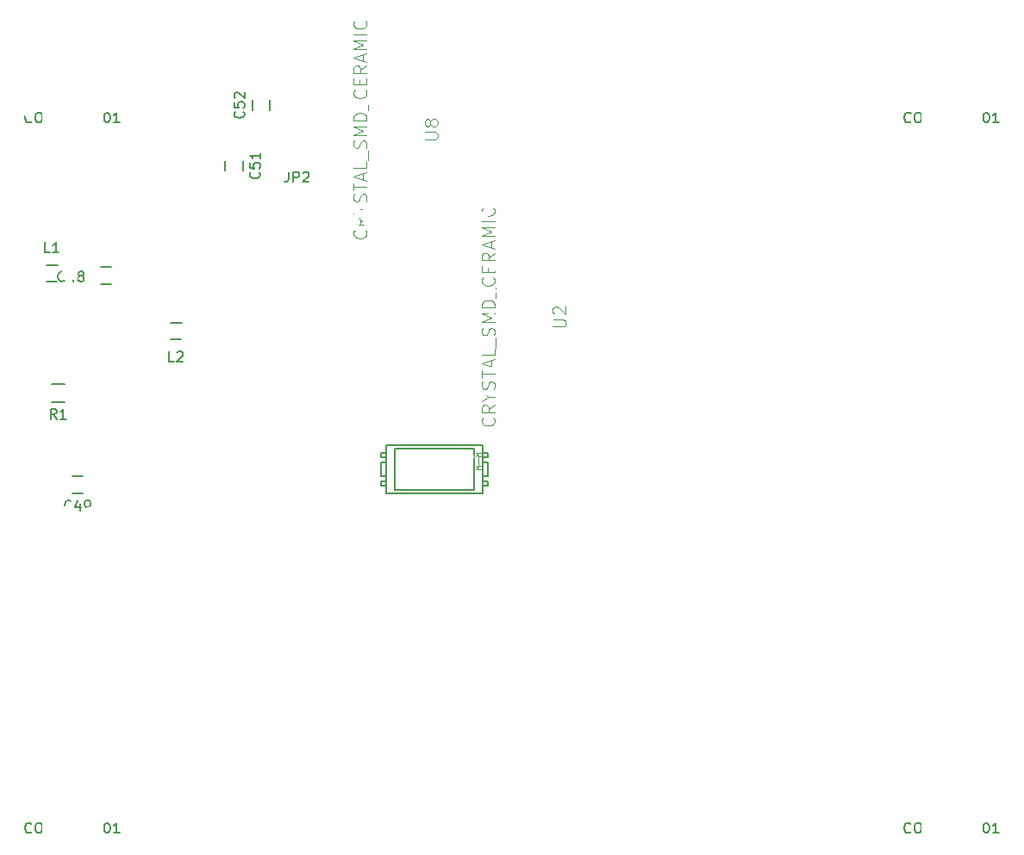
<source format=gbr>
G04 #@! TF.FileFunction,Legend,Top*
%FSLAX46Y46*%
G04 Gerber Fmt 4.6, Leading zero omitted, Abs format (unit mm)*
G04 Created by KiCad (PCBNEW 4.0.2-4+6225~38~ubuntu15.04.1-stable) date Do 03 Mär 2016 01:00:01 CET*
%MOMM*%
G01*
G04 APERTURE LIST*
%ADD10C,0.150000*%
%ADD11C,0.203200*%
%ADD12C,0.101600*%
%ADD13C,0.088900*%
%ADD14O,1.506220X3.014980*%
%ADD15R,1.600200X1.198880*%
%ADD16C,1.320800*%
%ADD17C,6.000000*%
%ADD18R,1.727200X1.727200*%
%ADD19O,1.727200X1.727200*%
%ADD20R,1.050000X1.050000*%
%ADD21C,1.050000*%
%ADD22R,1.000000X1.250000*%
%ADD23R,1.500000X1.300000*%
%ADD24C,0.899160*%
%ADD25R,0.200000X0.200000*%
%ADD26R,1.250000X1.000000*%
%ADD27C,2.000000*%
%ADD28C,0.889000*%
%ADD29C,0.600000*%
G04 APERTURE END LIST*
D10*
X10115820Y-26250900D02*
X11167380Y-26250900D01*
X11218180Y-24650700D02*
X10166620Y-24650700D01*
D11*
X43431460Y-44005500D02*
X43030140Y-44005500D01*
X43030140Y-44005500D02*
X43030140Y-45402500D01*
X43030140Y-45402500D02*
X43431460Y-45402500D01*
X43431460Y-45902880D02*
X43030140Y-45902880D01*
X43030140Y-45902880D02*
X43030140Y-46301660D01*
X43030140Y-46301660D02*
X43431460Y-46301660D01*
X43431460Y-43106340D02*
X43030140Y-43106340D01*
X43030140Y-43106340D02*
X43030140Y-43505120D01*
X43030140Y-43505120D02*
X43431460Y-43505120D01*
X43530520Y-42306240D02*
X43530520Y-47101760D01*
X44330620Y-42705020D02*
X44330620Y-46702980D01*
D12*
X52887880Y-43106340D02*
X52588160Y-43106340D01*
X52588160Y-43106340D02*
X52288440Y-43106340D01*
X52887880Y-44704000D02*
X52588160Y-44704000D01*
X52588160Y-44704000D02*
X52288440Y-44704000D01*
X52588160Y-44704000D02*
X52288440Y-44404280D01*
X52588160Y-43106340D02*
X52288440Y-43406060D01*
X52489100Y-43304460D02*
X52588160Y-43406060D01*
X52887880Y-43406060D02*
X52588160Y-43406060D01*
X52588160Y-43406060D02*
X52588160Y-44404280D01*
X52588160Y-44404280D02*
X52887880Y-44404280D01*
X52489100Y-44505880D02*
X52588160Y-44404280D01*
D11*
X53088540Y-45402500D02*
X53489860Y-45402500D01*
X53489860Y-45402500D02*
X53489860Y-44005500D01*
X53489860Y-44005500D02*
X53088540Y-44005500D01*
X53088540Y-43505120D02*
X53489860Y-43505120D01*
X53489860Y-43505120D02*
X53489860Y-43106340D01*
X53489860Y-43106340D02*
X53088540Y-43106340D01*
X53088540Y-46301660D02*
X53489860Y-46301660D01*
X53489860Y-46301660D02*
X53489860Y-45902880D01*
X53489860Y-45902880D02*
X53088540Y-45902880D01*
X52989480Y-47101760D02*
X52989480Y-42306240D01*
X52189380Y-42705020D02*
X44330620Y-42705020D01*
X52989480Y-42306240D02*
X43530520Y-42306240D01*
X52989480Y-47101760D02*
X43530520Y-47101760D01*
X52189380Y-46702980D02*
X52189380Y-42705020D01*
X52189380Y-46702980D02*
X44330620Y-46702980D01*
D10*
X15502000Y-26504000D02*
X16502000Y-26504000D01*
X16502000Y-24804000D02*
X15502000Y-24804000D01*
X23410180Y-30340300D02*
X22358620Y-30340300D01*
X22307820Y-31940500D02*
X23359380Y-31940500D01*
X12707000Y-47078000D02*
X13707000Y-47078000D01*
X13707000Y-45378000D02*
X12707000Y-45378000D01*
X10702000Y-36336000D02*
X11902000Y-36336000D01*
X11902000Y-38086000D02*
X10702000Y-38086000D01*
X29424000Y-15359000D02*
X29424000Y-14359000D01*
X27724000Y-14359000D02*
X27724000Y-15359000D01*
X30391000Y-8390000D02*
X30391000Y-9390000D01*
X32091000Y-9390000D02*
X32091000Y-8390000D01*
X10500334Y-23363181D02*
X10024143Y-23363181D01*
X10024143Y-22363181D01*
X11357477Y-23363181D02*
X10786048Y-23363181D01*
X11071762Y-23363181D02*
X11071762Y-22363181D01*
X10976524Y-22506038D01*
X10881286Y-22601276D01*
X10786048Y-22648895D01*
D13*
X59883524Y-30685619D02*
X60911619Y-30685619D01*
X61032571Y-30625143D01*
X61093048Y-30564667D01*
X61153524Y-30443714D01*
X61153524Y-30201810D01*
X61093048Y-30080857D01*
X61032571Y-30020381D01*
X60911619Y-29959905D01*
X59883524Y-29959905D01*
X60004476Y-29415619D02*
X59944000Y-29355143D01*
X59883524Y-29234191D01*
X59883524Y-28931810D01*
X59944000Y-28810857D01*
X60004476Y-28750381D01*
X60125429Y-28689905D01*
X60246381Y-28689905D01*
X60427810Y-28750381D01*
X61153524Y-29476095D01*
X61153524Y-28689905D01*
X54047571Y-39636095D02*
X54108048Y-39696571D01*
X54168524Y-39878000D01*
X54168524Y-39998952D01*
X54108048Y-40180380D01*
X53987095Y-40301333D01*
X53866143Y-40361809D01*
X53624238Y-40422285D01*
X53442810Y-40422285D01*
X53200905Y-40361809D01*
X53079952Y-40301333D01*
X52959000Y-40180380D01*
X52898524Y-39998952D01*
X52898524Y-39878000D01*
X52959000Y-39696571D01*
X53019476Y-39636095D01*
X54168524Y-38366095D02*
X53563762Y-38789428D01*
X54168524Y-39091809D02*
X52898524Y-39091809D01*
X52898524Y-38608000D01*
X52959000Y-38487047D01*
X53019476Y-38426571D01*
X53140429Y-38366095D01*
X53321857Y-38366095D01*
X53442810Y-38426571D01*
X53503286Y-38487047D01*
X53563762Y-38608000D01*
X53563762Y-39091809D01*
X53563762Y-37579904D02*
X54168524Y-37579904D01*
X52898524Y-38003238D02*
X53563762Y-37579904D01*
X52898524Y-37156571D01*
X54108048Y-36793714D02*
X54168524Y-36612286D01*
X54168524Y-36309905D01*
X54108048Y-36188952D01*
X54047571Y-36128476D01*
X53926619Y-36068000D01*
X53805667Y-36068000D01*
X53684714Y-36128476D01*
X53624238Y-36188952D01*
X53563762Y-36309905D01*
X53503286Y-36551809D01*
X53442810Y-36672762D01*
X53382333Y-36733238D01*
X53261381Y-36793714D01*
X53140429Y-36793714D01*
X53019476Y-36733238D01*
X52959000Y-36672762D01*
X52898524Y-36551809D01*
X52898524Y-36249429D01*
X52959000Y-36068000D01*
X52898524Y-35705143D02*
X52898524Y-34979428D01*
X54168524Y-35342285D02*
X52898524Y-35342285D01*
X53805667Y-34616571D02*
X53805667Y-34011809D01*
X54168524Y-34737524D02*
X52898524Y-34314190D01*
X54168524Y-33890857D01*
X54168524Y-32862762D02*
X54168524Y-33467524D01*
X52898524Y-33467524D01*
X54289476Y-32741810D02*
X54289476Y-31774191D01*
X54108048Y-31532286D02*
X54168524Y-31350858D01*
X54168524Y-31048477D01*
X54108048Y-30927524D01*
X54047571Y-30867048D01*
X53926619Y-30806572D01*
X53805667Y-30806572D01*
X53684714Y-30867048D01*
X53624238Y-30927524D01*
X53563762Y-31048477D01*
X53503286Y-31290381D01*
X53442810Y-31411334D01*
X53382333Y-31471810D01*
X53261381Y-31532286D01*
X53140429Y-31532286D01*
X53019476Y-31471810D01*
X52959000Y-31411334D01*
X52898524Y-31290381D01*
X52898524Y-30988001D01*
X52959000Y-30806572D01*
X54168524Y-30262286D02*
X52898524Y-30262286D01*
X53805667Y-29838953D01*
X52898524Y-29415619D01*
X54168524Y-29415619D01*
X54168524Y-28810857D02*
X52898524Y-28810857D01*
X52898524Y-28508476D01*
X52959000Y-28327048D01*
X53079952Y-28206095D01*
X53200905Y-28145619D01*
X53442810Y-28085143D01*
X53624238Y-28085143D01*
X53866143Y-28145619D01*
X53987095Y-28206095D01*
X54108048Y-28327048D01*
X54168524Y-28508476D01*
X54168524Y-28810857D01*
X54289476Y-27843238D02*
X54289476Y-26875619D01*
X54047571Y-25847524D02*
X54108048Y-25908000D01*
X54168524Y-26089429D01*
X54168524Y-26210381D01*
X54108048Y-26391809D01*
X53987095Y-26512762D01*
X53866143Y-26573238D01*
X53624238Y-26633714D01*
X53442810Y-26633714D01*
X53200905Y-26573238D01*
X53079952Y-26512762D01*
X52959000Y-26391809D01*
X52898524Y-26210381D01*
X52898524Y-26089429D01*
X52959000Y-25908000D01*
X53019476Y-25847524D01*
X53503286Y-25303238D02*
X53503286Y-24879905D01*
X54168524Y-24698476D02*
X54168524Y-25303238D01*
X52898524Y-25303238D01*
X52898524Y-24698476D01*
X54168524Y-23428476D02*
X53563762Y-23851809D01*
X54168524Y-24154190D02*
X52898524Y-24154190D01*
X52898524Y-23670381D01*
X52959000Y-23549428D01*
X53019476Y-23488952D01*
X53140429Y-23428476D01*
X53321857Y-23428476D01*
X53442810Y-23488952D01*
X53503286Y-23549428D01*
X53563762Y-23670381D01*
X53563762Y-24154190D01*
X53805667Y-22944666D02*
X53805667Y-22339904D01*
X54168524Y-23065619D02*
X52898524Y-22642285D01*
X54168524Y-22218952D01*
X54168524Y-21795619D02*
X52898524Y-21795619D01*
X53805667Y-21372286D01*
X52898524Y-20948952D01*
X54168524Y-20948952D01*
X54168524Y-20344190D02*
X52898524Y-20344190D01*
X54047571Y-19013714D02*
X54108048Y-19074190D01*
X54168524Y-19255619D01*
X54168524Y-19376571D01*
X54108048Y-19557999D01*
X53987095Y-19678952D01*
X53866143Y-19739428D01*
X53624238Y-19799904D01*
X53442810Y-19799904D01*
X53200905Y-19739428D01*
X53079952Y-19678952D01*
X52959000Y-19557999D01*
X52898524Y-19376571D01*
X52898524Y-19255619D01*
X52959000Y-19074190D01*
X53019476Y-19013714D01*
X47310524Y-12270619D02*
X48338619Y-12270619D01*
X48459571Y-12210143D01*
X48520048Y-12149667D01*
X48580524Y-12028714D01*
X48580524Y-11786810D01*
X48520048Y-11665857D01*
X48459571Y-11605381D01*
X48338619Y-11544905D01*
X47310524Y-11544905D01*
X47854810Y-10758714D02*
X47794333Y-10879667D01*
X47733857Y-10940143D01*
X47612905Y-11000619D01*
X47552429Y-11000619D01*
X47431476Y-10940143D01*
X47371000Y-10879667D01*
X47310524Y-10758714D01*
X47310524Y-10516810D01*
X47371000Y-10395857D01*
X47431476Y-10335381D01*
X47552429Y-10274905D01*
X47612905Y-10274905D01*
X47733857Y-10335381D01*
X47794333Y-10395857D01*
X47854810Y-10516810D01*
X47854810Y-10758714D01*
X47915286Y-10879667D01*
X47975762Y-10940143D01*
X48096714Y-11000619D01*
X48338619Y-11000619D01*
X48459571Y-10940143D01*
X48520048Y-10879667D01*
X48580524Y-10758714D01*
X48580524Y-10516810D01*
X48520048Y-10395857D01*
X48459571Y-10335381D01*
X48338619Y-10274905D01*
X48096714Y-10274905D01*
X47975762Y-10335381D01*
X47915286Y-10395857D01*
X47854810Y-10516810D01*
X41474571Y-21221095D02*
X41535048Y-21281571D01*
X41595524Y-21463000D01*
X41595524Y-21583952D01*
X41535048Y-21765380D01*
X41414095Y-21886333D01*
X41293143Y-21946809D01*
X41051238Y-22007285D01*
X40869810Y-22007285D01*
X40627905Y-21946809D01*
X40506952Y-21886333D01*
X40386000Y-21765380D01*
X40325524Y-21583952D01*
X40325524Y-21463000D01*
X40386000Y-21281571D01*
X40446476Y-21221095D01*
X41595524Y-19951095D02*
X40990762Y-20374428D01*
X41595524Y-20676809D02*
X40325524Y-20676809D01*
X40325524Y-20193000D01*
X40386000Y-20072047D01*
X40446476Y-20011571D01*
X40567429Y-19951095D01*
X40748857Y-19951095D01*
X40869810Y-20011571D01*
X40930286Y-20072047D01*
X40990762Y-20193000D01*
X40990762Y-20676809D01*
X40990762Y-19164904D02*
X41595524Y-19164904D01*
X40325524Y-19588238D02*
X40990762Y-19164904D01*
X40325524Y-18741571D01*
X41535048Y-18378714D02*
X41595524Y-18197286D01*
X41595524Y-17894905D01*
X41535048Y-17773952D01*
X41474571Y-17713476D01*
X41353619Y-17653000D01*
X41232667Y-17653000D01*
X41111714Y-17713476D01*
X41051238Y-17773952D01*
X40990762Y-17894905D01*
X40930286Y-18136809D01*
X40869810Y-18257762D01*
X40809333Y-18318238D01*
X40688381Y-18378714D01*
X40567429Y-18378714D01*
X40446476Y-18318238D01*
X40386000Y-18257762D01*
X40325524Y-18136809D01*
X40325524Y-17834429D01*
X40386000Y-17653000D01*
X40325524Y-17290143D02*
X40325524Y-16564428D01*
X41595524Y-16927285D02*
X40325524Y-16927285D01*
X41232667Y-16201571D02*
X41232667Y-15596809D01*
X41595524Y-16322524D02*
X40325524Y-15899190D01*
X41595524Y-15475857D01*
X41595524Y-14447762D02*
X41595524Y-15052524D01*
X40325524Y-15052524D01*
X41716476Y-14326810D02*
X41716476Y-13359191D01*
X41535048Y-13117286D02*
X41595524Y-12935858D01*
X41595524Y-12633477D01*
X41535048Y-12512524D01*
X41474571Y-12452048D01*
X41353619Y-12391572D01*
X41232667Y-12391572D01*
X41111714Y-12452048D01*
X41051238Y-12512524D01*
X40990762Y-12633477D01*
X40930286Y-12875381D01*
X40869810Y-12996334D01*
X40809333Y-13056810D01*
X40688381Y-13117286D01*
X40567429Y-13117286D01*
X40446476Y-13056810D01*
X40386000Y-12996334D01*
X40325524Y-12875381D01*
X40325524Y-12573001D01*
X40386000Y-12391572D01*
X41595524Y-11847286D02*
X40325524Y-11847286D01*
X41232667Y-11423953D01*
X40325524Y-11000619D01*
X41595524Y-11000619D01*
X41595524Y-10395857D02*
X40325524Y-10395857D01*
X40325524Y-10093476D01*
X40386000Y-9912048D01*
X40506952Y-9791095D01*
X40627905Y-9730619D01*
X40869810Y-9670143D01*
X41051238Y-9670143D01*
X41293143Y-9730619D01*
X41414095Y-9791095D01*
X41535048Y-9912048D01*
X41595524Y-10093476D01*
X41595524Y-10395857D01*
X41716476Y-9428238D02*
X41716476Y-8460619D01*
X41474571Y-7432524D02*
X41535048Y-7493000D01*
X41595524Y-7674429D01*
X41595524Y-7795381D01*
X41535048Y-7976809D01*
X41414095Y-8097762D01*
X41293143Y-8158238D01*
X41051238Y-8218714D01*
X40869810Y-8218714D01*
X40627905Y-8158238D01*
X40506952Y-8097762D01*
X40386000Y-7976809D01*
X40325524Y-7795381D01*
X40325524Y-7674429D01*
X40386000Y-7493000D01*
X40446476Y-7432524D01*
X40930286Y-6888238D02*
X40930286Y-6464905D01*
X41595524Y-6283476D02*
X41595524Y-6888238D01*
X40325524Y-6888238D01*
X40325524Y-6283476D01*
X41595524Y-5013476D02*
X40990762Y-5436809D01*
X41595524Y-5739190D02*
X40325524Y-5739190D01*
X40325524Y-5255381D01*
X40386000Y-5134428D01*
X40446476Y-5073952D01*
X40567429Y-5013476D01*
X40748857Y-5013476D01*
X40869810Y-5073952D01*
X40930286Y-5134428D01*
X40990762Y-5255381D01*
X40990762Y-5739190D01*
X41232667Y-4529666D02*
X41232667Y-3924904D01*
X41595524Y-4650619D02*
X40325524Y-4227285D01*
X41595524Y-3803952D01*
X41595524Y-3380619D02*
X40325524Y-3380619D01*
X41232667Y-2957286D01*
X40325524Y-2533952D01*
X41595524Y-2533952D01*
X41595524Y-1929190D02*
X40325524Y-1929190D01*
X41474571Y-598714D02*
X41535048Y-659190D01*
X41595524Y-840619D01*
X41595524Y-961571D01*
X41535048Y-1142999D01*
X41414095Y-1263952D01*
X41293143Y-1324428D01*
X41051238Y-1384904D01*
X40869810Y-1384904D01*
X40627905Y-1324428D01*
X40506952Y-1263952D01*
X40386000Y-1142999D01*
X40325524Y-961571D01*
X40325524Y-840619D01*
X40386000Y-659190D01*
X40446476Y-598714D01*
D10*
X11961905Y-10612381D02*
X11961905Y-9612381D01*
X12342858Y-9612381D01*
X12438096Y-9660000D01*
X12485715Y-9707619D01*
X12533334Y-9802857D01*
X12533334Y-9945714D01*
X12485715Y-10040952D01*
X12438096Y-10088571D01*
X12342858Y-10136190D01*
X11961905Y-10136190D01*
X13104762Y-10040952D02*
X13009524Y-9993333D01*
X12961905Y-9945714D01*
X12914286Y-9850476D01*
X12914286Y-9802857D01*
X12961905Y-9707619D01*
X13009524Y-9660000D01*
X13104762Y-9612381D01*
X13295239Y-9612381D01*
X13390477Y-9660000D01*
X13438096Y-9707619D01*
X13485715Y-9802857D01*
X13485715Y-9850476D01*
X13438096Y-9945714D01*
X13390477Y-9993333D01*
X13295239Y-10040952D01*
X13104762Y-10040952D01*
X13009524Y-10088571D01*
X12961905Y-10136190D01*
X12914286Y-10231429D01*
X12914286Y-10421905D01*
X12961905Y-10517143D01*
X13009524Y-10564762D01*
X13104762Y-10612381D01*
X13295239Y-10612381D01*
X13390477Y-10564762D01*
X13438096Y-10517143D01*
X13485715Y-10421905D01*
X13485715Y-10231429D01*
X13438096Y-10136190D01*
X13390477Y-10088571D01*
X13295239Y-10040952D01*
X8676191Y-10517143D02*
X8628572Y-10564762D01*
X8485715Y-10612381D01*
X8390477Y-10612381D01*
X8247619Y-10564762D01*
X8152381Y-10469524D01*
X8104762Y-10374286D01*
X8057143Y-10183810D01*
X8057143Y-10040952D01*
X8104762Y-9850476D01*
X8152381Y-9755238D01*
X8247619Y-9660000D01*
X8390477Y-9612381D01*
X8485715Y-9612381D01*
X8628572Y-9660000D01*
X8676191Y-9707619D01*
X9295238Y-9612381D02*
X9485715Y-9612381D01*
X9580953Y-9660000D01*
X9676191Y-9755238D01*
X9723810Y-9945714D01*
X9723810Y-10279048D01*
X9676191Y-10469524D01*
X9580953Y-10564762D01*
X9485715Y-10612381D01*
X9295238Y-10612381D01*
X9200000Y-10564762D01*
X9104762Y-10469524D01*
X9057143Y-10279048D01*
X9057143Y-9945714D01*
X9104762Y-9755238D01*
X9200000Y-9660000D01*
X9295238Y-9612381D01*
X10152381Y-10612381D02*
X10152381Y-9612381D01*
X10723810Y-10612381D01*
X10723810Y-9612381D01*
X11200000Y-10612381D02*
X11200000Y-9612381D01*
X11771429Y-10612381D01*
X11771429Y-9612381D01*
X12009524Y-10707619D02*
X12771429Y-10707619D01*
X13200000Y-9612381D02*
X13295239Y-9612381D01*
X13390477Y-9660000D01*
X13438096Y-9707619D01*
X13485715Y-9802857D01*
X13533334Y-9993333D01*
X13533334Y-10231429D01*
X13485715Y-10421905D01*
X13438096Y-10517143D01*
X13390477Y-10564762D01*
X13295239Y-10612381D01*
X13200000Y-10612381D01*
X13104762Y-10564762D01*
X13057143Y-10517143D01*
X13009524Y-10421905D01*
X12961905Y-10231429D01*
X12961905Y-9993333D01*
X13009524Y-9802857D01*
X13057143Y-9707619D01*
X13104762Y-9660000D01*
X13200000Y-9612381D01*
X14485715Y-10612381D02*
X13914286Y-10612381D01*
X14200000Y-10612381D02*
X14200000Y-9612381D01*
X14104762Y-9755238D01*
X14009524Y-9850476D01*
X13914286Y-9898095D01*
X14819048Y-9612381D02*
X15485715Y-10612381D01*
X15485715Y-9612381D02*
X14819048Y-10612381D01*
X16057143Y-9612381D02*
X16152382Y-9612381D01*
X16247620Y-9660000D01*
X16295239Y-9707619D01*
X16342858Y-9802857D01*
X16390477Y-9993333D01*
X16390477Y-10231429D01*
X16342858Y-10421905D01*
X16295239Y-10517143D01*
X16247620Y-10564762D01*
X16152382Y-10612381D01*
X16057143Y-10612381D01*
X15961905Y-10564762D01*
X15914286Y-10517143D01*
X15866667Y-10421905D01*
X15819048Y-10231429D01*
X15819048Y-9993333D01*
X15866667Y-9802857D01*
X15914286Y-9707619D01*
X15961905Y-9660000D01*
X16057143Y-9612381D01*
X17342858Y-10612381D02*
X16771429Y-10612381D01*
X17057143Y-10612381D02*
X17057143Y-9612381D01*
X16961905Y-9755238D01*
X16866667Y-9850476D01*
X16771429Y-9898095D01*
X98321905Y-10612381D02*
X98321905Y-9612381D01*
X98702858Y-9612381D01*
X98798096Y-9660000D01*
X98845715Y-9707619D01*
X98893334Y-9802857D01*
X98893334Y-9945714D01*
X98845715Y-10040952D01*
X98798096Y-10088571D01*
X98702858Y-10136190D01*
X98321905Y-10136190D01*
X99369524Y-10612381D02*
X99560000Y-10612381D01*
X99655239Y-10564762D01*
X99702858Y-10517143D01*
X99798096Y-10374286D01*
X99845715Y-10183810D01*
X99845715Y-9802857D01*
X99798096Y-9707619D01*
X99750477Y-9660000D01*
X99655239Y-9612381D01*
X99464762Y-9612381D01*
X99369524Y-9660000D01*
X99321905Y-9707619D01*
X99274286Y-9802857D01*
X99274286Y-10040952D01*
X99321905Y-10136190D01*
X99369524Y-10183810D01*
X99464762Y-10231429D01*
X99655239Y-10231429D01*
X99750477Y-10183810D01*
X99798096Y-10136190D01*
X99845715Y-10040952D01*
X95036191Y-10517143D02*
X94988572Y-10564762D01*
X94845715Y-10612381D01*
X94750477Y-10612381D01*
X94607619Y-10564762D01*
X94512381Y-10469524D01*
X94464762Y-10374286D01*
X94417143Y-10183810D01*
X94417143Y-10040952D01*
X94464762Y-9850476D01*
X94512381Y-9755238D01*
X94607619Y-9660000D01*
X94750477Y-9612381D01*
X94845715Y-9612381D01*
X94988572Y-9660000D01*
X95036191Y-9707619D01*
X95655238Y-9612381D02*
X95845715Y-9612381D01*
X95940953Y-9660000D01*
X96036191Y-9755238D01*
X96083810Y-9945714D01*
X96083810Y-10279048D01*
X96036191Y-10469524D01*
X95940953Y-10564762D01*
X95845715Y-10612381D01*
X95655238Y-10612381D01*
X95560000Y-10564762D01*
X95464762Y-10469524D01*
X95417143Y-10279048D01*
X95417143Y-9945714D01*
X95464762Y-9755238D01*
X95560000Y-9660000D01*
X95655238Y-9612381D01*
X96512381Y-10612381D02*
X96512381Y-9612381D01*
X97083810Y-10612381D01*
X97083810Y-9612381D01*
X97560000Y-10612381D02*
X97560000Y-9612381D01*
X98131429Y-10612381D01*
X98131429Y-9612381D01*
X98369524Y-10707619D02*
X99131429Y-10707619D01*
X99560000Y-9612381D02*
X99655239Y-9612381D01*
X99750477Y-9660000D01*
X99798096Y-9707619D01*
X99845715Y-9802857D01*
X99893334Y-9993333D01*
X99893334Y-10231429D01*
X99845715Y-10421905D01*
X99798096Y-10517143D01*
X99750477Y-10564762D01*
X99655239Y-10612381D01*
X99560000Y-10612381D01*
X99464762Y-10564762D01*
X99417143Y-10517143D01*
X99369524Y-10421905D01*
X99321905Y-10231429D01*
X99321905Y-9993333D01*
X99369524Y-9802857D01*
X99417143Y-9707619D01*
X99464762Y-9660000D01*
X99560000Y-9612381D01*
X100845715Y-10612381D02*
X100274286Y-10612381D01*
X100560000Y-10612381D02*
X100560000Y-9612381D01*
X100464762Y-9755238D01*
X100369524Y-9850476D01*
X100274286Y-9898095D01*
X101179048Y-9612381D02*
X101845715Y-10612381D01*
X101845715Y-9612381D02*
X101179048Y-10612381D01*
X102417143Y-9612381D02*
X102512382Y-9612381D01*
X102607620Y-9660000D01*
X102655239Y-9707619D01*
X102702858Y-9802857D01*
X102750477Y-9993333D01*
X102750477Y-10231429D01*
X102702858Y-10421905D01*
X102655239Y-10517143D01*
X102607620Y-10564762D01*
X102512382Y-10612381D01*
X102417143Y-10612381D01*
X102321905Y-10564762D01*
X102274286Y-10517143D01*
X102226667Y-10421905D01*
X102179048Y-10231429D01*
X102179048Y-9993333D01*
X102226667Y-9802857D01*
X102274286Y-9707619D01*
X102321905Y-9660000D01*
X102417143Y-9612381D01*
X103702858Y-10612381D02*
X103131429Y-10612381D01*
X103417143Y-10612381D02*
X103417143Y-9612381D01*
X103321905Y-9755238D01*
X103226667Y-9850476D01*
X103131429Y-9898095D01*
X97844714Y-80462381D02*
X97844714Y-79462381D01*
X98225667Y-79462381D01*
X98320905Y-79510000D01*
X98368524Y-79557619D01*
X98416143Y-79652857D01*
X98416143Y-79795714D01*
X98368524Y-79890952D01*
X98320905Y-79938571D01*
X98225667Y-79986190D01*
X97844714Y-79986190D01*
X99368524Y-80462381D02*
X98797095Y-80462381D01*
X99082809Y-80462381D02*
X99082809Y-79462381D01*
X98987571Y-79605238D01*
X98892333Y-79700476D01*
X98797095Y-79748095D01*
X99987571Y-79462381D02*
X100082810Y-79462381D01*
X100178048Y-79510000D01*
X100225667Y-79557619D01*
X100273286Y-79652857D01*
X100320905Y-79843333D01*
X100320905Y-80081429D01*
X100273286Y-80271905D01*
X100225667Y-80367143D01*
X100178048Y-80414762D01*
X100082810Y-80462381D01*
X99987571Y-80462381D01*
X99892333Y-80414762D01*
X99844714Y-80367143D01*
X99797095Y-80271905D01*
X99749476Y-80081429D01*
X99749476Y-79843333D01*
X99797095Y-79652857D01*
X99844714Y-79557619D01*
X99892333Y-79510000D01*
X99987571Y-79462381D01*
X95035191Y-80367143D02*
X94987572Y-80414762D01*
X94844715Y-80462381D01*
X94749477Y-80462381D01*
X94606619Y-80414762D01*
X94511381Y-80319524D01*
X94463762Y-80224286D01*
X94416143Y-80033810D01*
X94416143Y-79890952D01*
X94463762Y-79700476D01*
X94511381Y-79605238D01*
X94606619Y-79510000D01*
X94749477Y-79462381D01*
X94844715Y-79462381D01*
X94987572Y-79510000D01*
X95035191Y-79557619D01*
X95654238Y-79462381D02*
X95844715Y-79462381D01*
X95939953Y-79510000D01*
X96035191Y-79605238D01*
X96082810Y-79795714D01*
X96082810Y-80129048D01*
X96035191Y-80319524D01*
X95939953Y-80414762D01*
X95844715Y-80462381D01*
X95654238Y-80462381D01*
X95559000Y-80414762D01*
X95463762Y-80319524D01*
X95416143Y-80129048D01*
X95416143Y-79795714D01*
X95463762Y-79605238D01*
X95559000Y-79510000D01*
X95654238Y-79462381D01*
X96511381Y-80462381D02*
X96511381Y-79462381D01*
X97082810Y-80462381D01*
X97082810Y-79462381D01*
X97559000Y-80462381D02*
X97559000Y-79462381D01*
X98130429Y-80462381D01*
X98130429Y-79462381D01*
X98368524Y-80557619D02*
X99130429Y-80557619D01*
X99559000Y-79462381D02*
X99654239Y-79462381D01*
X99749477Y-79510000D01*
X99797096Y-79557619D01*
X99844715Y-79652857D01*
X99892334Y-79843333D01*
X99892334Y-80081429D01*
X99844715Y-80271905D01*
X99797096Y-80367143D01*
X99749477Y-80414762D01*
X99654239Y-80462381D01*
X99559000Y-80462381D01*
X99463762Y-80414762D01*
X99416143Y-80367143D01*
X99368524Y-80271905D01*
X99320905Y-80081429D01*
X99320905Y-79843333D01*
X99368524Y-79652857D01*
X99416143Y-79557619D01*
X99463762Y-79510000D01*
X99559000Y-79462381D01*
X100844715Y-80462381D02*
X100273286Y-80462381D01*
X100559000Y-80462381D02*
X100559000Y-79462381D01*
X100463762Y-79605238D01*
X100368524Y-79700476D01*
X100273286Y-79748095D01*
X101178048Y-79462381D02*
X101844715Y-80462381D01*
X101844715Y-79462381D02*
X101178048Y-80462381D01*
X102416143Y-79462381D02*
X102511382Y-79462381D01*
X102606620Y-79510000D01*
X102654239Y-79557619D01*
X102701858Y-79652857D01*
X102749477Y-79843333D01*
X102749477Y-80081429D01*
X102701858Y-80271905D01*
X102654239Y-80367143D01*
X102606620Y-80414762D01*
X102511382Y-80462381D01*
X102416143Y-80462381D01*
X102320905Y-80414762D01*
X102273286Y-80367143D01*
X102225667Y-80271905D01*
X102178048Y-80081429D01*
X102178048Y-79843333D01*
X102225667Y-79652857D01*
X102273286Y-79557619D01*
X102320905Y-79510000D01*
X102416143Y-79462381D01*
X103701858Y-80462381D02*
X103130429Y-80462381D01*
X103416143Y-80462381D02*
X103416143Y-79462381D01*
X103320905Y-79605238D01*
X103225667Y-79700476D01*
X103130429Y-79748095D01*
X11484714Y-80462381D02*
X11484714Y-79462381D01*
X11865667Y-79462381D01*
X11960905Y-79510000D01*
X12008524Y-79557619D01*
X12056143Y-79652857D01*
X12056143Y-79795714D01*
X12008524Y-79890952D01*
X11960905Y-79938571D01*
X11865667Y-79986190D01*
X11484714Y-79986190D01*
X13008524Y-80462381D02*
X12437095Y-80462381D01*
X12722809Y-80462381D02*
X12722809Y-79462381D01*
X12627571Y-79605238D01*
X12532333Y-79700476D01*
X12437095Y-79748095D01*
X13960905Y-80462381D02*
X13389476Y-80462381D01*
X13675190Y-80462381D02*
X13675190Y-79462381D01*
X13579952Y-79605238D01*
X13484714Y-79700476D01*
X13389476Y-79748095D01*
X8675191Y-80367143D02*
X8627572Y-80414762D01*
X8484715Y-80462381D01*
X8389477Y-80462381D01*
X8246619Y-80414762D01*
X8151381Y-80319524D01*
X8103762Y-80224286D01*
X8056143Y-80033810D01*
X8056143Y-79890952D01*
X8103762Y-79700476D01*
X8151381Y-79605238D01*
X8246619Y-79510000D01*
X8389477Y-79462381D01*
X8484715Y-79462381D01*
X8627572Y-79510000D01*
X8675191Y-79557619D01*
X9294238Y-79462381D02*
X9484715Y-79462381D01*
X9579953Y-79510000D01*
X9675191Y-79605238D01*
X9722810Y-79795714D01*
X9722810Y-80129048D01*
X9675191Y-80319524D01*
X9579953Y-80414762D01*
X9484715Y-80462381D01*
X9294238Y-80462381D01*
X9199000Y-80414762D01*
X9103762Y-80319524D01*
X9056143Y-80129048D01*
X9056143Y-79795714D01*
X9103762Y-79605238D01*
X9199000Y-79510000D01*
X9294238Y-79462381D01*
X10151381Y-80462381D02*
X10151381Y-79462381D01*
X10722810Y-80462381D01*
X10722810Y-79462381D01*
X11199000Y-80462381D02*
X11199000Y-79462381D01*
X11770429Y-80462381D01*
X11770429Y-79462381D01*
X12008524Y-80557619D02*
X12770429Y-80557619D01*
X13199000Y-79462381D02*
X13294239Y-79462381D01*
X13389477Y-79510000D01*
X13437096Y-79557619D01*
X13484715Y-79652857D01*
X13532334Y-79843333D01*
X13532334Y-80081429D01*
X13484715Y-80271905D01*
X13437096Y-80367143D01*
X13389477Y-80414762D01*
X13294239Y-80462381D01*
X13199000Y-80462381D01*
X13103762Y-80414762D01*
X13056143Y-80367143D01*
X13008524Y-80271905D01*
X12960905Y-80081429D01*
X12960905Y-79843333D01*
X13008524Y-79652857D01*
X13056143Y-79557619D01*
X13103762Y-79510000D01*
X13199000Y-79462381D01*
X14484715Y-80462381D02*
X13913286Y-80462381D01*
X14199000Y-80462381D02*
X14199000Y-79462381D01*
X14103762Y-79605238D01*
X14008524Y-79700476D01*
X13913286Y-79748095D01*
X14818048Y-79462381D02*
X15484715Y-80462381D01*
X15484715Y-79462381D02*
X14818048Y-80462381D01*
X16056143Y-79462381D02*
X16151382Y-79462381D01*
X16246620Y-79510000D01*
X16294239Y-79557619D01*
X16341858Y-79652857D01*
X16389477Y-79843333D01*
X16389477Y-80081429D01*
X16341858Y-80271905D01*
X16294239Y-80367143D01*
X16246620Y-80414762D01*
X16151382Y-80462381D01*
X16056143Y-80462381D01*
X15960905Y-80414762D01*
X15913286Y-80367143D01*
X15865667Y-80271905D01*
X15818048Y-80081429D01*
X15818048Y-79843333D01*
X15865667Y-79652857D01*
X15913286Y-79557619D01*
X15960905Y-79510000D01*
X16056143Y-79462381D01*
X17341858Y-80462381D02*
X16770429Y-80462381D01*
X17056143Y-80462381D02*
X17056143Y-79462381D01*
X16960905Y-79605238D01*
X16865667Y-79700476D01*
X16770429Y-79748095D01*
X11904743Y-26138143D02*
X11857124Y-26185762D01*
X11714267Y-26233381D01*
X11619029Y-26233381D01*
X11476171Y-26185762D01*
X11380933Y-26090524D01*
X11333314Y-25995286D01*
X11285695Y-25804810D01*
X11285695Y-25661952D01*
X11333314Y-25471476D01*
X11380933Y-25376238D01*
X11476171Y-25281000D01*
X11619029Y-25233381D01*
X11714267Y-25233381D01*
X11857124Y-25281000D01*
X11904743Y-25328619D01*
X12761886Y-25566714D02*
X12761886Y-26233381D01*
X12523790Y-25185762D02*
X12285695Y-25900048D01*
X12904743Y-25900048D01*
X13428552Y-25661952D02*
X13333314Y-25614333D01*
X13285695Y-25566714D01*
X13238076Y-25471476D01*
X13238076Y-25423857D01*
X13285695Y-25328619D01*
X13333314Y-25281000D01*
X13428552Y-25233381D01*
X13619029Y-25233381D01*
X13714267Y-25281000D01*
X13761886Y-25328619D01*
X13809505Y-25423857D01*
X13809505Y-25471476D01*
X13761886Y-25566714D01*
X13714267Y-25614333D01*
X13619029Y-25661952D01*
X13428552Y-25661952D01*
X13333314Y-25709571D01*
X13285695Y-25757190D01*
X13238076Y-25852429D01*
X13238076Y-26042905D01*
X13285695Y-26138143D01*
X13333314Y-26185762D01*
X13428552Y-26233381D01*
X13619029Y-26233381D01*
X13714267Y-26185762D01*
X13761886Y-26138143D01*
X13809505Y-26042905D01*
X13809505Y-25852429D01*
X13761886Y-25757190D01*
X13714267Y-25709571D01*
X13619029Y-25661952D01*
X22692334Y-34132781D02*
X22216143Y-34132781D01*
X22216143Y-33132781D01*
X22978048Y-33228019D02*
X23025667Y-33180400D01*
X23120905Y-33132781D01*
X23359001Y-33132781D01*
X23454239Y-33180400D01*
X23501858Y-33228019D01*
X23549477Y-33323257D01*
X23549477Y-33418495D01*
X23501858Y-33561352D01*
X22930429Y-34132781D01*
X23549477Y-34132781D01*
X12564143Y-48685143D02*
X12516524Y-48732762D01*
X12373667Y-48780381D01*
X12278429Y-48780381D01*
X12135571Y-48732762D01*
X12040333Y-48637524D01*
X11992714Y-48542286D01*
X11945095Y-48351810D01*
X11945095Y-48208952D01*
X11992714Y-48018476D01*
X12040333Y-47923238D01*
X12135571Y-47828000D01*
X12278429Y-47780381D01*
X12373667Y-47780381D01*
X12516524Y-47828000D01*
X12564143Y-47875619D01*
X13421286Y-48113714D02*
X13421286Y-48780381D01*
X13183190Y-47732762D02*
X12945095Y-48447048D01*
X13564143Y-48447048D01*
X13992714Y-48780381D02*
X14183190Y-48780381D01*
X14278429Y-48732762D01*
X14326048Y-48685143D01*
X14421286Y-48542286D01*
X14468905Y-48351810D01*
X14468905Y-47970857D01*
X14421286Y-47875619D01*
X14373667Y-47828000D01*
X14278429Y-47780381D01*
X14087952Y-47780381D01*
X13992714Y-47828000D01*
X13945095Y-47875619D01*
X13897476Y-47970857D01*
X13897476Y-48208952D01*
X13945095Y-48304190D01*
X13992714Y-48351810D01*
X14087952Y-48399429D01*
X14278429Y-48399429D01*
X14373667Y-48351810D01*
X14421286Y-48304190D01*
X14468905Y-48208952D01*
X11135334Y-39763381D02*
X10802000Y-39287190D01*
X10563905Y-39763381D02*
X10563905Y-38763381D01*
X10944858Y-38763381D01*
X11040096Y-38811000D01*
X11087715Y-38858619D01*
X11135334Y-38953857D01*
X11135334Y-39096714D01*
X11087715Y-39191952D01*
X11040096Y-39239571D01*
X10944858Y-39287190D01*
X10563905Y-39287190D01*
X12087715Y-39763381D02*
X11516286Y-39763381D01*
X11802000Y-39763381D02*
X11802000Y-38763381D01*
X11706762Y-38906238D01*
X11611524Y-39001476D01*
X11516286Y-39049095D01*
X33924027Y-15459461D02*
X33924027Y-16173747D01*
X33876407Y-16316604D01*
X33781169Y-16411842D01*
X33638312Y-16459461D01*
X33543074Y-16459461D01*
X34400217Y-16459461D02*
X34400217Y-15459461D01*
X34781170Y-15459461D01*
X34876408Y-15507080D01*
X34924027Y-15554699D01*
X34971646Y-15649937D01*
X34971646Y-15792794D01*
X34924027Y-15888032D01*
X34876408Y-15935651D01*
X34781170Y-15983270D01*
X34400217Y-15983270D01*
X35352598Y-15554699D02*
X35400217Y-15507080D01*
X35495455Y-15459461D01*
X35733551Y-15459461D01*
X35828789Y-15507080D01*
X35876408Y-15554699D01*
X35924027Y-15649937D01*
X35924027Y-15745175D01*
X35876408Y-15888032D01*
X35304979Y-16459461D01*
X35924027Y-16459461D01*
X31031143Y-15501857D02*
X31078762Y-15549476D01*
X31126381Y-15692333D01*
X31126381Y-15787571D01*
X31078762Y-15930429D01*
X30983524Y-16025667D01*
X30888286Y-16073286D01*
X30697810Y-16120905D01*
X30554952Y-16120905D01*
X30364476Y-16073286D01*
X30269238Y-16025667D01*
X30174000Y-15930429D01*
X30126381Y-15787571D01*
X30126381Y-15692333D01*
X30174000Y-15549476D01*
X30221619Y-15501857D01*
X30126381Y-14597095D02*
X30126381Y-15073286D01*
X30602571Y-15120905D01*
X30554952Y-15073286D01*
X30507333Y-14978048D01*
X30507333Y-14739952D01*
X30554952Y-14644714D01*
X30602571Y-14597095D01*
X30697810Y-14549476D01*
X30935905Y-14549476D01*
X31031143Y-14597095D01*
X31078762Y-14644714D01*
X31126381Y-14739952D01*
X31126381Y-14978048D01*
X31078762Y-15073286D01*
X31031143Y-15120905D01*
X31126381Y-13597095D02*
X31126381Y-14168524D01*
X31126381Y-13882810D02*
X30126381Y-13882810D01*
X30269238Y-13978048D01*
X30364476Y-14073286D01*
X30412095Y-14168524D01*
X29498143Y-9532857D02*
X29545762Y-9580476D01*
X29593381Y-9723333D01*
X29593381Y-9818571D01*
X29545762Y-9961429D01*
X29450524Y-10056667D01*
X29355286Y-10104286D01*
X29164810Y-10151905D01*
X29021952Y-10151905D01*
X28831476Y-10104286D01*
X28736238Y-10056667D01*
X28641000Y-9961429D01*
X28593381Y-9818571D01*
X28593381Y-9723333D01*
X28641000Y-9580476D01*
X28688619Y-9532857D01*
X28593381Y-8628095D02*
X28593381Y-9104286D01*
X29069571Y-9151905D01*
X29021952Y-9104286D01*
X28974333Y-9009048D01*
X28974333Y-8770952D01*
X29021952Y-8675714D01*
X29069571Y-8628095D01*
X29164810Y-8580476D01*
X29402905Y-8580476D01*
X29498143Y-8628095D01*
X29545762Y-8675714D01*
X29593381Y-8770952D01*
X29593381Y-9009048D01*
X29545762Y-9104286D01*
X29498143Y-9151905D01*
X28688619Y-8199524D02*
X28641000Y-8151905D01*
X28593381Y-8056667D01*
X28593381Y-7818571D01*
X28641000Y-7723333D01*
X28688619Y-7675714D01*
X28783857Y-7628095D01*
X28879095Y-7628095D01*
X29021952Y-7675714D01*
X29593381Y-8247143D01*
X29593381Y-7628095D01*
%LPC*%
D14*
X92202000Y-8890000D03*
X89662000Y-8890000D03*
X74422000Y-8890000D03*
X76962000Y-8890000D03*
X79502000Y-8890000D03*
X82042000Y-8890000D03*
X84582000Y-8890000D03*
X87122000Y-8890000D03*
X11049000Y-28575000D03*
X13589000Y-28575000D03*
X16129000Y-28575000D03*
X18669000Y-28575000D03*
D15*
X8866140Y-25450800D03*
X12467860Y-25450800D03*
D16*
X51435000Y-43434000D03*
X50165000Y-45974000D03*
X48895000Y-43434000D03*
X47625000Y-45974000D03*
X46355000Y-43434000D03*
X45085000Y-45974000D03*
D14*
X9398000Y-49911000D03*
X11938000Y-49911000D03*
X14478000Y-49911000D03*
X17018000Y-49911000D03*
X19558000Y-49911000D03*
X22098000Y-49911000D03*
D17*
X12700000Y-10160000D03*
X99060000Y-10160000D03*
X99059000Y-80010000D03*
X12699000Y-80010000D03*
D18*
X33655000Y-76835000D03*
D19*
X33655000Y-79375000D03*
X36195000Y-76835000D03*
X36195000Y-79375000D03*
X38735000Y-76835000D03*
X38735000Y-79375000D03*
X41275000Y-76835000D03*
X41275000Y-79375000D03*
X43815000Y-76835000D03*
X43815000Y-79375000D03*
X46355000Y-76835000D03*
X46355000Y-79375000D03*
X48895000Y-76835000D03*
X48895000Y-79375000D03*
X51435000Y-76835000D03*
X51435000Y-79375000D03*
X53975000Y-76835000D03*
X53975000Y-79375000D03*
X56515000Y-76835000D03*
X56515000Y-79375000D03*
X59055000Y-76835000D03*
X59055000Y-79375000D03*
X61595000Y-76835000D03*
X61595000Y-79375000D03*
X64135000Y-76835000D03*
X64135000Y-79375000D03*
X66675000Y-76835000D03*
X66675000Y-79375000D03*
X69215000Y-76835000D03*
X69215000Y-79375000D03*
X71755000Y-76835000D03*
X71755000Y-79375000D03*
X74295000Y-76835000D03*
X74295000Y-79375000D03*
X76835000Y-76835000D03*
X76835000Y-79375000D03*
X79375000Y-76835000D03*
X79375000Y-79375000D03*
X81915000Y-76835000D03*
X81915000Y-79375000D03*
D18*
X48260000Y-50800000D03*
D19*
X48260000Y-53340000D03*
X50800000Y-50800000D03*
X50800000Y-53340000D03*
X53340000Y-50800000D03*
X53340000Y-53340000D03*
X55880000Y-50800000D03*
X55880000Y-53340000D03*
X58420000Y-50800000D03*
X58420000Y-53340000D03*
X60960000Y-50800000D03*
X60960000Y-53340000D03*
X63500000Y-50800000D03*
X63500000Y-53340000D03*
X66040000Y-50800000D03*
X66040000Y-53340000D03*
X68580000Y-50800000D03*
X68580000Y-53340000D03*
X71120000Y-50800000D03*
X71120000Y-53340000D03*
X73660000Y-50800000D03*
X73660000Y-53340000D03*
X76200000Y-50800000D03*
X76200000Y-53340000D03*
X78740000Y-50800000D03*
X78740000Y-53340000D03*
X81280000Y-50800000D03*
X81280000Y-53340000D03*
X83820000Y-50800000D03*
X83820000Y-53340000D03*
X86360000Y-50800000D03*
X86360000Y-53340000D03*
X88900000Y-50800000D03*
X88900000Y-53340000D03*
X91440000Y-50800000D03*
X91440000Y-53340000D03*
X93980000Y-50800000D03*
X93980000Y-53340000D03*
X96520000Y-50800000D03*
X96520000Y-53340000D03*
D20*
X40436800Y-19050000D03*
D21*
X41706800Y-19050000D03*
X42976800Y-19050000D03*
X44246800Y-19050000D03*
X45516800Y-19050000D03*
X41706800Y-20320000D03*
X42976800Y-20320000D03*
X44246800Y-20320000D03*
X45516800Y-20320000D03*
X40436800Y-20320000D03*
D22*
X17002000Y-25654000D03*
X15002000Y-25654000D03*
D15*
X24659860Y-31140400D03*
X21058140Y-31140400D03*
D22*
X14207000Y-46228000D03*
X12207000Y-46228000D03*
D23*
X12652000Y-37211000D03*
X9952000Y-37211000D03*
D24*
X12025900Y-21757640D03*
X12025900Y-17358360D03*
D25*
X34398000Y-11938000D03*
X35198000Y-11938000D03*
D26*
X28574000Y-13859000D03*
X28574000Y-15859000D03*
X31241000Y-9890000D03*
X31241000Y-7890000D03*
D27*
X38989000Y-27432000D03*
X27368500Y-27432000D03*
X28321000Y-51308000D03*
X32766000Y-55753000D03*
D28*
X32638000Y-18669000D03*
X36702000Y-18669000D03*
X27304000Y-13843000D03*
X32765000Y-9906000D03*
D27*
X77597000Y-22987000D03*
X63906400Y-23012400D03*
D28*
X27558000Y-76327000D03*
X27558000Y-69850000D03*
X52933600Y-37388800D03*
X88392000Y-22352000D03*
X92518500Y-19685000D03*
X65467500Y-68643500D03*
X61721000Y-65468500D03*
X58228500Y-69469000D03*
X56260000Y-63182500D03*
X27939000Y-65278000D03*
X33082500Y-62293500D03*
X23557500Y-64579500D03*
X32766000Y-68262500D03*
X37400500Y-71247000D03*
X43242500Y-49022000D03*
X60260500Y-42545000D03*
X98678000Y-35052000D03*
X77024500Y-17970500D03*
X75691000Y-6413500D03*
X50037000Y-15684500D03*
X72452500Y-13017500D03*
X46609000Y-34798000D03*
X46544500Y-38354000D03*
X67563000Y-29591000D03*
X67563000Y-26924000D03*
X65404000Y-35560000D03*
X65531000Y-32893000D03*
X81584800Y-24485600D03*
X46862000Y-64643000D03*
X93852000Y-74422000D03*
X91312000Y-28829000D03*
X79628000Y-14224000D03*
X59689000Y-22733000D03*
X52323000Y-26035000D03*
X55371000Y-37973000D03*
X65023000Y-24765000D03*
X51307000Y-23114000D03*
X50672000Y-24638000D03*
X53085000Y-19812000D03*
X78612000Y-29591000D03*
X41655000Y-33274000D03*
X44703000Y-29718000D03*
X46100000Y-26289000D03*
X94233000Y-68834000D03*
X90423000Y-74676000D03*
X101346000Y-60909200D03*
X102971600Y-72136000D03*
X28294600Y-36271200D03*
X29412200Y-34544000D03*
X29412200Y-32766000D03*
X29412200Y-30937200D03*
X29412200Y-29210000D03*
X13410200Y-39471600D03*
X14578600Y-44094400D03*
X16763000Y-47040800D03*
X19557000Y-47040800D03*
X22249400Y-46990000D03*
X25195800Y-47040800D03*
X25145000Y-44653200D03*
X23824200Y-42672000D03*
X74802000Y-31115000D03*
X10794000Y-69342000D03*
X19684000Y-54102000D03*
X13969000Y-62103000D03*
X97535000Y-64516000D03*
X77596000Y-68580000D03*
X79501000Y-64770000D03*
X72262000Y-71374000D03*
X77215000Y-62230000D03*
X43434000Y-35052000D03*
X44196000Y-55499000D03*
X34036000Y-39878000D03*
X51816000Y-13462000D03*
X52324000Y-9398000D03*
X16764000Y-13208000D03*
X20573000Y-8890000D03*
X27432000Y-10160000D03*
X48894000Y-36322000D03*
X79756000Y-20066000D03*
X67436000Y-21780500D03*
X70992000Y-29591000D03*
X97409000Y-26543000D03*
X101981000Y-26162000D03*
X41275000Y-41783000D03*
X98552000Y-30988000D03*
X33528000Y-30226000D03*
X36576000Y-29464000D03*
X43027600Y-39598600D03*
X46228000Y-32766000D03*
X101600000Y-54737000D03*
X92202000Y-63246000D03*
X89789000Y-56642000D03*
X52273200Y-66040000D03*
X18288000Y-58293000D03*
X32613600Y-57962800D03*
X70358000Y-66040000D03*
X67817000Y-60960000D03*
X85914500Y-61087000D03*
X83566000Y-68834000D03*
X87995000Y-66040000D03*
X8889000Y-7112000D03*
X8381000Y-8382000D03*
X8381000Y-9652000D03*
D27*
X71056500Y-14795500D03*
X71120000Y-7874000D03*
D28*
X15645400Y-38303200D03*
D27*
X39243000Y-25146000D03*
X27381200Y-25196800D03*
D29*
X50800000Y-33274000D03*
X53848000Y-29337000D03*
X54102000Y-27178000D03*
X59436000Y-35814000D03*
X54102000Y-34925000D03*
X57404000Y-36195000D03*
X59182000Y-34925000D03*
X59690000Y-32004000D03*
X59690000Y-29972000D03*
X59690000Y-27432000D03*
X59309000Y-25400000D03*
X56515000Y-24384000D03*
X54229000Y-25019000D03*
X51181000Y-29464000D03*
X50038000Y-30607000D03*
X52324000Y-33274000D03*
X55626000Y-24765000D03*
X39370000Y-8763000D03*
X42164000Y-8128000D03*
X41656000Y-8636000D03*
X44323000Y-8128000D03*
X37084000Y-14224000D03*
X46736000Y-11303000D03*
X46736000Y-13970000D03*
X46736000Y-16002000D03*
X39624000Y-16002000D03*
X37084000Y-16002000D03*
X42418000Y-16002000D03*
X46736000Y-8128000D03*
X38354000Y-9779000D03*
X45466000Y-15748000D03*
M02*

</source>
